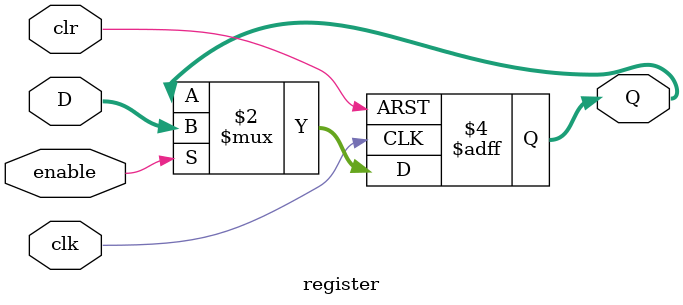
<source format=v>

module register (D, clk, clr, enable, Q); // ports

	input [31:0] D; // port declarations
	input clk;
	input clr;
	input enable;
	output [31:0] Q;
	reg [31:0] Q;
	
	always @ (posedge clr, posedge clk) // port logic 
		if (clr)
			Q <= 0;
		else if (enable)
			Q <= D;

endmodule // end module 
</source>
